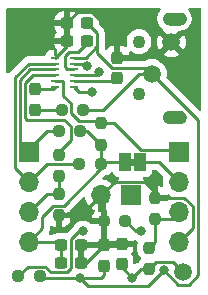
<source format=gbl>
%TF.GenerationSoftware,KiCad,Pcbnew,8.0.1*%
%TF.CreationDate,2024-04-23T06:28:50-07:00*%
%TF.ProjectId,OnOffController,4f6e4f66-6643-46f6-9e74-726f6c6c6572,rev?*%
%TF.SameCoordinates,Original*%
%TF.FileFunction,Copper,L2,Bot*%
%TF.FilePolarity,Positive*%
%FSLAX46Y46*%
G04 Gerber Fmt 4.6, Leading zero omitted, Abs format (unit mm)*
G04 Created by KiCad (PCBNEW 8.0.1) date 2024-04-23 06:28:50*
%MOMM*%
%LPD*%
G01*
G04 APERTURE LIST*
G04 Aperture macros list*
%AMRoundRect*
0 Rectangle with rounded corners*
0 $1 Rounding radius*
0 $2 $3 $4 $5 $6 $7 $8 $9 X,Y pos of 4 corners*
0 Add a 4 corners polygon primitive as box body*
4,1,4,$2,$3,$4,$5,$6,$7,$8,$9,$2,$3,0*
0 Add four circle primitives for the rounded corners*
1,1,$1+$1,$2,$3*
1,1,$1+$1,$4,$5*
1,1,$1+$1,$6,$7*
1,1,$1+$1,$8,$9*
0 Add four rect primitives between the rounded corners*
20,1,$1+$1,$2,$3,$4,$5,0*
20,1,$1+$1,$4,$5,$6,$7,0*
20,1,$1+$1,$6,$7,$8,$9,0*
20,1,$1+$1,$8,$9,$2,$3,0*%
G04 Aperture macros list end*
%TA.AperFunction,EtchedComponent*%
%ADD10C,0.010000*%
%TD*%
%TA.AperFunction,EtchedComponent*%
%ADD11C,0.000000*%
%TD*%
%TA.AperFunction,ComponentPad*%
%ADD12R,1.700000X1.700000*%
%TD*%
%TA.AperFunction,ComponentPad*%
%ADD13O,1.700000X1.700000*%
%TD*%
%TA.AperFunction,ComponentPad*%
%ADD14O,1.900000X1.010000*%
%TD*%
%TA.AperFunction,ComponentPad*%
%ADD15C,1.100000*%
%TD*%
%TA.AperFunction,SMDPad,CuDef*%
%ADD16RoundRect,0.237500X-0.237500X0.250000X-0.237500X-0.250000X0.237500X-0.250000X0.237500X0.250000X0*%
%TD*%
%TA.AperFunction,SMDPad,CuDef*%
%ADD17RoundRect,0.237500X-0.237500X0.287500X-0.237500X-0.287500X0.237500X-0.287500X0.237500X0.287500X0*%
%TD*%
%TA.AperFunction,SMDPad,CuDef*%
%ADD18C,1.500000*%
%TD*%
%TA.AperFunction,SMDPad,CuDef*%
%ADD19RoundRect,0.237500X0.250000X0.237500X-0.250000X0.237500X-0.250000X-0.237500X0.250000X-0.237500X0*%
%TD*%
%TA.AperFunction,SMDPad,CuDef*%
%ADD20RoundRect,0.237500X0.300000X0.237500X-0.300000X0.237500X-0.300000X-0.237500X0.300000X-0.237500X0*%
%TD*%
%TA.AperFunction,SMDPad,CuDef*%
%ADD21RoundRect,0.237500X0.237500X-0.300000X0.237500X0.300000X-0.237500X0.300000X-0.237500X-0.300000X0*%
%TD*%
%TA.AperFunction,SMDPad,CuDef*%
%ADD22RoundRect,0.237500X-0.300000X-0.237500X0.300000X-0.237500X0.300000X0.237500X-0.300000X0.237500X0*%
%TD*%
%TA.AperFunction,SMDPad,CuDef*%
%ADD23RoundRect,0.237500X0.237500X-0.250000X0.237500X0.250000X-0.237500X0.250000X-0.237500X-0.250000X0*%
%TD*%
%TA.AperFunction,SMDPad,CuDef*%
%ADD24RoundRect,0.237500X-0.250000X-0.237500X0.250000X-0.237500X0.250000X0.237500X-0.250000X0.237500X0*%
%TD*%
%TA.AperFunction,SMDPad,CuDef*%
%ADD25R,0.700000X0.250000*%
%TD*%
%TA.AperFunction,SMDPad,CuDef*%
%ADD26R,1.000000X1.500000*%
%TD*%
%TA.AperFunction,ViaPad*%
%ADD27C,0.800000*%
%TD*%
%TA.AperFunction,Conductor*%
%ADD28C,0.250000*%
%TD*%
G04 APERTURE END LIST*
D10*
%TO.C,J8*%
X166462500Y-73678000D02*
X166489500Y-73680000D01*
X166515500Y-73683000D01*
X166540500Y-73688000D01*
X166566500Y-73694000D01*
X166591500Y-73702000D01*
X166616500Y-73710000D01*
X166640500Y-73720000D01*
X166664500Y-73732000D01*
X166687500Y-73744000D01*
X166710500Y-73758000D01*
X166731500Y-73773000D01*
X166752500Y-73789000D01*
X166772500Y-73806000D01*
X166791500Y-73824000D01*
X166809500Y-73843000D01*
X166827500Y-73863000D01*
X166843500Y-73884000D01*
X166857500Y-73906000D01*
X166871500Y-73928000D01*
X166884500Y-73951000D01*
X166895500Y-73975000D01*
X166905500Y-73999000D01*
X166914500Y-74024000D01*
X166921500Y-74049000D01*
X166928500Y-74075000D01*
X166932500Y-74101000D01*
X166936500Y-74127000D01*
X166938500Y-74153000D01*
X166939500Y-74177000D01*
X166938500Y-74206000D01*
X166936500Y-74233000D01*
X166932500Y-74259000D01*
X166927500Y-74285000D01*
X166921500Y-74311000D01*
X166914500Y-74336000D01*
X166905500Y-74361000D01*
X166895500Y-74386000D01*
X166883500Y-74410000D01*
X166871500Y-74433000D01*
X166857500Y-74456000D01*
X166842500Y-74478000D01*
X166825500Y-74499000D01*
X166808500Y-74519000D01*
X166790500Y-74538000D01*
X166771500Y-74557000D01*
X166750500Y-74574000D01*
X166729500Y-74590000D01*
X166707500Y-74605000D01*
X166685500Y-74619000D01*
X166661500Y-74632000D01*
X166637500Y-74643000D01*
X166613500Y-74653000D01*
X166588500Y-74662000D01*
X166562500Y-74670000D01*
X166537500Y-74676000D01*
X166510500Y-74681000D01*
X166484500Y-74684000D01*
X166458500Y-74686000D01*
X166434500Y-74687000D01*
X166434000Y-74687000D01*
X165543500Y-74687000D01*
X165519500Y-74686000D01*
X165493500Y-74684000D01*
X165467500Y-74681000D01*
X165440500Y-74676000D01*
X165415500Y-74670000D01*
X165389500Y-74662000D01*
X165364500Y-74653000D01*
X165340500Y-74643000D01*
X165316500Y-74632000D01*
X165292500Y-74619000D01*
X165270500Y-74605000D01*
X165248500Y-74590000D01*
X165227500Y-74574000D01*
X165206500Y-74557000D01*
X165187500Y-74538000D01*
X165169500Y-74519000D01*
X165152500Y-74499000D01*
X165135500Y-74478000D01*
X165120500Y-74456000D01*
X165106500Y-74433000D01*
X165094500Y-74410000D01*
X165082500Y-74386000D01*
X165072500Y-74361000D01*
X165063500Y-74336000D01*
X165056500Y-74311000D01*
X165050500Y-74285000D01*
X165045500Y-74259000D01*
X165041500Y-74233000D01*
X165039500Y-74206000D01*
X165039500Y-74177000D01*
X165039500Y-74153000D01*
X165041500Y-74127000D01*
X165045500Y-74101000D01*
X165049500Y-74075000D01*
X165056500Y-74049000D01*
X165063500Y-74024000D01*
X165072500Y-73999000D01*
X165082500Y-73975000D01*
X165093500Y-73951000D01*
X165106500Y-73928000D01*
X165120500Y-73906000D01*
X165134500Y-73884000D01*
X165150500Y-73863000D01*
X165168500Y-73843000D01*
X165186500Y-73824000D01*
X165205500Y-73806000D01*
X165225500Y-73789000D01*
X165246500Y-73773000D01*
X165267500Y-73758000D01*
X165290500Y-73744000D01*
X165313500Y-73732000D01*
X165337500Y-73720000D01*
X165361500Y-73710000D01*
X165386500Y-73702000D01*
X165411500Y-73694000D01*
X165437500Y-73688000D01*
X165462500Y-73683000D01*
X165488500Y-73680000D01*
X165515500Y-73678000D01*
X165543500Y-73677000D01*
X166434500Y-73677000D01*
X166462500Y-73678000D01*
%TA.AperFunction,EtchedComponent*%
G36*
X166462500Y-73678000D02*
G01*
X166489500Y-73680000D01*
X166515500Y-73683000D01*
X166540500Y-73688000D01*
X166566500Y-73694000D01*
X166591500Y-73702000D01*
X166616500Y-73710000D01*
X166640500Y-73720000D01*
X166664500Y-73732000D01*
X166687500Y-73744000D01*
X166710500Y-73758000D01*
X166731500Y-73773000D01*
X166752500Y-73789000D01*
X166772500Y-73806000D01*
X166791500Y-73824000D01*
X166809500Y-73843000D01*
X166827500Y-73863000D01*
X166843500Y-73884000D01*
X166857500Y-73906000D01*
X166871500Y-73928000D01*
X166884500Y-73951000D01*
X166895500Y-73975000D01*
X166905500Y-73999000D01*
X166914500Y-74024000D01*
X166921500Y-74049000D01*
X166928500Y-74075000D01*
X166932500Y-74101000D01*
X166936500Y-74127000D01*
X166938500Y-74153000D01*
X166939500Y-74177000D01*
X166938500Y-74206000D01*
X166936500Y-74233000D01*
X166932500Y-74259000D01*
X166927500Y-74285000D01*
X166921500Y-74311000D01*
X166914500Y-74336000D01*
X166905500Y-74361000D01*
X166895500Y-74386000D01*
X166883500Y-74410000D01*
X166871500Y-74433000D01*
X166857500Y-74456000D01*
X166842500Y-74478000D01*
X166825500Y-74499000D01*
X166808500Y-74519000D01*
X166790500Y-74538000D01*
X166771500Y-74557000D01*
X166750500Y-74574000D01*
X166729500Y-74590000D01*
X166707500Y-74605000D01*
X166685500Y-74619000D01*
X166661500Y-74632000D01*
X166637500Y-74643000D01*
X166613500Y-74653000D01*
X166588500Y-74662000D01*
X166562500Y-74670000D01*
X166537500Y-74676000D01*
X166510500Y-74681000D01*
X166484500Y-74684000D01*
X166458500Y-74686000D01*
X166434500Y-74687000D01*
X166434000Y-74687000D01*
X165543500Y-74687000D01*
X165519500Y-74686000D01*
X165493500Y-74684000D01*
X165467500Y-74681000D01*
X165440500Y-74676000D01*
X165415500Y-74670000D01*
X165389500Y-74662000D01*
X165364500Y-74653000D01*
X165340500Y-74643000D01*
X165316500Y-74632000D01*
X165292500Y-74619000D01*
X165270500Y-74605000D01*
X165248500Y-74590000D01*
X165227500Y-74574000D01*
X165206500Y-74557000D01*
X165187500Y-74538000D01*
X165169500Y-74519000D01*
X165152500Y-74499000D01*
X165135500Y-74478000D01*
X165120500Y-74456000D01*
X165106500Y-74433000D01*
X165094500Y-74410000D01*
X165082500Y-74386000D01*
X165072500Y-74361000D01*
X165063500Y-74336000D01*
X165056500Y-74311000D01*
X165050500Y-74285000D01*
X165045500Y-74259000D01*
X165041500Y-74233000D01*
X165039500Y-74206000D01*
X165039500Y-74177000D01*
X165039500Y-74153000D01*
X165041500Y-74127000D01*
X165045500Y-74101000D01*
X165049500Y-74075000D01*
X165056500Y-74049000D01*
X165063500Y-74024000D01*
X165072500Y-73999000D01*
X165082500Y-73975000D01*
X165093500Y-73951000D01*
X165106500Y-73928000D01*
X165120500Y-73906000D01*
X165134500Y-73884000D01*
X165150500Y-73863000D01*
X165168500Y-73843000D01*
X165186500Y-73824000D01*
X165205500Y-73806000D01*
X165225500Y-73789000D01*
X165246500Y-73773000D01*
X165267500Y-73758000D01*
X165290500Y-73744000D01*
X165313500Y-73732000D01*
X165337500Y-73720000D01*
X165361500Y-73710000D01*
X165386500Y-73702000D01*
X165411500Y-73694000D01*
X165437500Y-73688000D01*
X165462500Y-73683000D01*
X165488500Y-73680000D01*
X165515500Y-73678000D01*
X165543500Y-73677000D01*
X166434500Y-73677000D01*
X166462500Y-73678000D01*
G37*
%TD.AperFunction*%
X166458500Y-82018000D02*
X166484500Y-82020000D01*
X166510500Y-82023000D01*
X166537500Y-82028000D01*
X166562500Y-82034000D01*
X166588500Y-82042000D01*
X166613500Y-82051000D01*
X166637500Y-82061000D01*
X166661500Y-82072000D01*
X166685500Y-82085000D01*
X166707500Y-82099000D01*
X166729500Y-82114000D01*
X166750500Y-82130000D01*
X166771500Y-82147000D01*
X166790500Y-82166000D01*
X166808500Y-82185000D01*
X166825500Y-82205000D01*
X166842500Y-82226000D01*
X166857500Y-82248000D01*
X166871500Y-82271000D01*
X166883500Y-82294000D01*
X166895500Y-82318000D01*
X166905500Y-82343000D01*
X166914500Y-82368000D01*
X166921500Y-82393000D01*
X166927500Y-82419000D01*
X166932500Y-82445000D01*
X166936500Y-82471000D01*
X166938500Y-82498000D01*
X166939500Y-82527000D01*
X166938500Y-82551000D01*
X166936500Y-82577000D01*
X166932500Y-82603000D01*
X166928500Y-82629000D01*
X166921500Y-82655000D01*
X166914500Y-82680000D01*
X166905500Y-82705000D01*
X166895500Y-82729000D01*
X166884500Y-82753000D01*
X166871500Y-82776000D01*
X166857500Y-82798000D01*
X166843500Y-82820000D01*
X166827500Y-82841000D01*
X166809500Y-82861000D01*
X166791500Y-82880000D01*
X166772500Y-82898000D01*
X166752500Y-82915000D01*
X166731500Y-82931000D01*
X166710500Y-82946000D01*
X166687500Y-82960000D01*
X166664500Y-82972000D01*
X166640500Y-82984000D01*
X166616500Y-82994000D01*
X166591500Y-83002000D01*
X166566500Y-83010000D01*
X166540500Y-83016000D01*
X166515500Y-83021000D01*
X166489500Y-83024000D01*
X166462500Y-83026000D01*
X166434500Y-83027000D01*
X166434000Y-83027000D01*
X165543500Y-83027000D01*
X165515500Y-83026000D01*
X165488500Y-83024000D01*
X165462500Y-83021000D01*
X165437500Y-83016000D01*
X165411500Y-83010000D01*
X165386500Y-83002000D01*
X165361500Y-82994000D01*
X165337500Y-82984000D01*
X165313500Y-82972000D01*
X165290500Y-82960000D01*
X165267500Y-82946000D01*
X165246500Y-82931000D01*
X165225500Y-82915000D01*
X165205500Y-82898000D01*
X165186500Y-82880000D01*
X165168500Y-82861000D01*
X165150500Y-82841000D01*
X165134500Y-82820000D01*
X165120500Y-82798000D01*
X165106500Y-82776000D01*
X165093500Y-82753000D01*
X165082500Y-82729000D01*
X165072500Y-82705000D01*
X165063500Y-82680000D01*
X165056500Y-82655000D01*
X165049500Y-82629000D01*
X165045500Y-82603000D01*
X165041500Y-82577000D01*
X165039500Y-82551000D01*
X165039500Y-82527000D01*
X165039500Y-82498000D01*
X165041500Y-82471000D01*
X165045500Y-82445000D01*
X165050500Y-82419000D01*
X165056500Y-82393000D01*
X165063500Y-82368000D01*
X165072500Y-82343000D01*
X165082500Y-82318000D01*
X165094500Y-82294000D01*
X165106500Y-82271000D01*
X165120500Y-82248000D01*
X165135500Y-82226000D01*
X165152500Y-82205000D01*
X165169500Y-82185000D01*
X165187500Y-82166000D01*
X165206500Y-82147000D01*
X165227500Y-82130000D01*
X165248500Y-82114000D01*
X165270500Y-82099000D01*
X165292500Y-82085000D01*
X165316500Y-82072000D01*
X165340500Y-82061000D01*
X165364500Y-82051000D01*
X165389500Y-82042000D01*
X165415500Y-82034000D01*
X165440500Y-82028000D01*
X165467500Y-82023000D01*
X165493500Y-82020000D01*
X165519500Y-82018000D01*
X165543500Y-82017000D01*
X166434500Y-82017000D01*
X166458500Y-82018000D01*
%TA.AperFunction,EtchedComponent*%
G36*
X166458500Y-82018000D02*
G01*
X166484500Y-82020000D01*
X166510500Y-82023000D01*
X166537500Y-82028000D01*
X166562500Y-82034000D01*
X166588500Y-82042000D01*
X166613500Y-82051000D01*
X166637500Y-82061000D01*
X166661500Y-82072000D01*
X166685500Y-82085000D01*
X166707500Y-82099000D01*
X166729500Y-82114000D01*
X166750500Y-82130000D01*
X166771500Y-82147000D01*
X166790500Y-82166000D01*
X166808500Y-82185000D01*
X166825500Y-82205000D01*
X166842500Y-82226000D01*
X166857500Y-82248000D01*
X166871500Y-82271000D01*
X166883500Y-82294000D01*
X166895500Y-82318000D01*
X166905500Y-82343000D01*
X166914500Y-82368000D01*
X166921500Y-82393000D01*
X166927500Y-82419000D01*
X166932500Y-82445000D01*
X166936500Y-82471000D01*
X166938500Y-82498000D01*
X166939500Y-82527000D01*
X166938500Y-82551000D01*
X166936500Y-82577000D01*
X166932500Y-82603000D01*
X166928500Y-82629000D01*
X166921500Y-82655000D01*
X166914500Y-82680000D01*
X166905500Y-82705000D01*
X166895500Y-82729000D01*
X166884500Y-82753000D01*
X166871500Y-82776000D01*
X166857500Y-82798000D01*
X166843500Y-82820000D01*
X166827500Y-82841000D01*
X166809500Y-82861000D01*
X166791500Y-82880000D01*
X166772500Y-82898000D01*
X166752500Y-82915000D01*
X166731500Y-82931000D01*
X166710500Y-82946000D01*
X166687500Y-82960000D01*
X166664500Y-82972000D01*
X166640500Y-82984000D01*
X166616500Y-82994000D01*
X166591500Y-83002000D01*
X166566500Y-83010000D01*
X166540500Y-83016000D01*
X166515500Y-83021000D01*
X166489500Y-83024000D01*
X166462500Y-83026000D01*
X166434500Y-83027000D01*
X166434000Y-83027000D01*
X165543500Y-83027000D01*
X165515500Y-83026000D01*
X165488500Y-83024000D01*
X165462500Y-83021000D01*
X165437500Y-83016000D01*
X165411500Y-83010000D01*
X165386500Y-83002000D01*
X165361500Y-82994000D01*
X165337500Y-82984000D01*
X165313500Y-82972000D01*
X165290500Y-82960000D01*
X165267500Y-82946000D01*
X165246500Y-82931000D01*
X165225500Y-82915000D01*
X165205500Y-82898000D01*
X165186500Y-82880000D01*
X165168500Y-82861000D01*
X165150500Y-82841000D01*
X165134500Y-82820000D01*
X165120500Y-82798000D01*
X165106500Y-82776000D01*
X165093500Y-82753000D01*
X165082500Y-82729000D01*
X165072500Y-82705000D01*
X165063500Y-82680000D01*
X165056500Y-82655000D01*
X165049500Y-82629000D01*
X165045500Y-82603000D01*
X165041500Y-82577000D01*
X165039500Y-82551000D01*
X165039500Y-82527000D01*
X165039500Y-82498000D01*
X165041500Y-82471000D01*
X165045500Y-82445000D01*
X165050500Y-82419000D01*
X165056500Y-82393000D01*
X165063500Y-82368000D01*
X165072500Y-82343000D01*
X165082500Y-82318000D01*
X165094500Y-82294000D01*
X165106500Y-82271000D01*
X165120500Y-82248000D01*
X165135500Y-82226000D01*
X165152500Y-82205000D01*
X165169500Y-82185000D01*
X165187500Y-82166000D01*
X165206500Y-82147000D01*
X165227500Y-82130000D01*
X165248500Y-82114000D01*
X165270500Y-82099000D01*
X165292500Y-82085000D01*
X165316500Y-82072000D01*
X165340500Y-82061000D01*
X165364500Y-82051000D01*
X165389500Y-82042000D01*
X165415500Y-82034000D01*
X165440500Y-82028000D01*
X165467500Y-82023000D01*
X165493500Y-82020000D01*
X165519500Y-82018000D01*
X165543500Y-82017000D01*
X166434500Y-82017000D01*
X166458500Y-82018000D01*
G37*
%TD.AperFunction*%
D11*
%TA.AperFunction,EtchedComponent*%
%TO.C,JP1*%
G36*
X162683000Y-86660000D02*
G01*
X162183000Y-86660000D01*
X162183000Y-86060000D01*
X162683000Y-86060000D01*
X162683000Y-86660000D01*
G37*
%TD.AperFunction*%
%TD*%
D12*
%TO.P,J2,1,Pin_1*%
%TO.N,Net-(J2-Pin_1)*%
X162311000Y-89154000D03*
D13*
%TO.P,J2,2,Pin_2*%
%TO.N,GND*%
X159771000Y-89154000D03*
%TD*%
D12*
%TO.P,J4,1,Pin_1*%
%TO.N,/PB_OUT*%
X166370000Y-85481000D03*
D13*
%TO.P,J4,2,Pin_2*%
%TO.N,/PS_HOLD*%
X166370000Y-88021000D03*
%TO.P,J4,3,Pin_3*%
%TO.N,/BAT_SENSE*%
X166370000Y-90561000D03*
%TO.P,J4,4,Pin_4*%
%TO.N,GND*%
X166370000Y-93101000D03*
%TD*%
D14*
%TO.P,J8,S1,SHIELD*%
%TO.N,unconnected-(J8-SHIELD-PadS1)*%
X165989000Y-82527000D03*
%TO.P,J8,S4,SHIELD__3*%
%TO.N,unconnected-(J8-SHIELD__3-PadS4)*%
X165989000Y-74177000D03*
D15*
%TO.P,J8,S5,SHIELD__4*%
%TO.N,unconnected-(J8-SHIELD__4-PadS5)*%
X162989000Y-80577000D03*
%TO.P,J8,S6,SHIELD__5*%
%TO.N,unconnected-(J8-SHIELD__5-PadS6)*%
X162989000Y-76127000D03*
%TD*%
D12*
%TO.P,J3,1,Pin_1*%
%TO.N,/RST*%
X153670000Y-85471000D03*
D13*
%TO.P,J3,2,Pin_2*%
%TO.N,/INT*%
X153670000Y-88011000D03*
%TO.P,J3,3,Pin_3*%
%TO.N,/EN_DIV*%
X153670000Y-90551000D03*
%TO.P,J3,4,Pin_4*%
%TO.N,+3V3*%
X153670000Y-93091000D03*
%TD*%
D16*
%TO.P,R8,1*%
%TO.N,/EN*%
X156210000Y-85701500D03*
%TO.P,R8,2*%
%TO.N,/EN_DIV*%
X156210000Y-87526500D03*
%TD*%
D17*
%TO.P,D3,1,K*%
%TO.N,Net-(D3-K)*%
X154178000Y-80151000D03*
%TO.P,D3,2,A*%
%TO.N,Net-(D3-A)*%
X154178000Y-81901000D03*
%TD*%
D18*
%TO.P,TP4,1,1*%
%TO.N,VBUS*%
X164084000Y-78867000D03*
%TD*%
%TO.P,TP5,1,1*%
%TO.N,VDC*%
X166751000Y-95631000D03*
%TD*%
D19*
%TO.P,R6,1*%
%TO.N,+3V3*%
X158011500Y-83693000D03*
%TO.P,R6,2*%
%TO.N,/RST*%
X156186500Y-83693000D03*
%TD*%
D18*
%TO.P,TP2,1,1*%
%TO.N,GND*%
X165735000Y-76200000D03*
%TD*%
D19*
%TO.P,R9,1*%
%TO.N,VBUS*%
X158265500Y-81915000D03*
%TO.P,R9,2*%
%TO.N,Net-(D3-A)*%
X156440500Y-81915000D03*
%TD*%
D20*
%TO.P,C7,1*%
%TO.N,VBUS*%
X158596500Y-74549000D03*
%TO.P,C7,2*%
%TO.N,GND*%
X156871500Y-74549000D03*
%TD*%
D21*
%TO.P,C6,1*%
%TO.N,Net-(U1-C_SRD)*%
X161163000Y-79221500D03*
%TO.P,C6,2*%
%TO.N,GND*%
X161163000Y-77496500D03*
%TD*%
D20*
%TO.P,C5,1*%
%TO.N,/Vref*%
X158596500Y-76073000D03*
%TO.P,C5,2*%
%TO.N,GND*%
X156871500Y-76073000D03*
%TD*%
D22*
%TO.P,C4,1*%
%TO.N,+3V3*%
X156363500Y-93345000D03*
%TO.P,C4,2*%
%TO.N,GND*%
X158088500Y-93345000D03*
%TD*%
D21*
%TO.P,C1,1*%
%TO.N,VDC*%
X161544000Y-94969500D03*
%TO.P,C1,2*%
%TO.N,GND*%
X161544000Y-93244500D03*
%TD*%
D23*
%TO.P,R4,1*%
%TO.N,/BAT_SENSE*%
X164338000Y-91186000D03*
%TO.P,R4,2*%
%TO.N,GND*%
X164338000Y-89361000D03*
%TD*%
%TO.P,R5,1*%
%TO.N,+3V3*%
X159766000Y-84859500D03*
%TO.P,R5,2*%
%TO.N,/PB_OUT*%
X159766000Y-83034500D03*
%TD*%
D19*
%TO.P,R7,1*%
%TO.N,+3V3*%
X159766000Y-86487000D03*
%TO.P,R7,2*%
%TO.N,/INT*%
X157941000Y-86487000D03*
%TD*%
D16*
%TO.P,R10,1*%
%TO.N,/EN_DIV*%
X156210000Y-89003500D03*
%TO.P,R10,2*%
%TO.N,GND*%
X156210000Y-90828500D03*
%TD*%
D24*
%TO.P,R2,1*%
%TO.N,GND*%
X159996500Y-91313000D03*
%TO.P,R2,2*%
%TO.N,Net-(U2-PROG)*%
X161821500Y-91313000D03*
%TD*%
D25*
%TO.P,U1,1,Vcc*%
%TO.N,VBUS*%
X157518000Y-77490000D03*
%TO.P,U1,2,~{SR}*%
%TO.N,Net-(J2-Pin_1)*%
X157518000Y-77990000D03*
%TO.P,U1,3,Vref*%
%TO.N,/Vref*%
X157518000Y-78490000D03*
%TO.P,U1,4,PS_HOLD*%
%TO.N,/PS_HOLD*%
X157518000Y-78990000D03*
%TO.P,U1,5,C_SRD*%
%TO.N,Net-(U1-C_SRD)*%
X157518000Y-79490000D03*
%TO.P,U1,6,~{PB}*%
%TO.N,Net-(J2-Pin_1)*%
X157518000Y-79990000D03*
%TO.P,U1,7,~{VCC}_LO*%
%TO.N,Net-(D3-K)*%
X155918000Y-79990000D03*
%TO.P,U1,8,~{PB}_OUT*%
%TO.N,/PB_OUT*%
X155918000Y-79490000D03*
%TO.P,U1,9,~{EN}/EN*%
%TO.N,/EN*%
X155918000Y-78990000D03*
%TO.P,U1,10,~{RST}*%
%TO.N,/RST*%
X155918000Y-78490000D03*
%TO.P,U1,11,~{INT}*%
%TO.N,/INT*%
X155918000Y-77990000D03*
%TO.P,U1,12,GND*%
%TO.N,GND*%
X155918000Y-77490000D03*
%TD*%
D23*
%TO.P,R3,1*%
%TO.N,VDC*%
X163830000Y-95400500D03*
%TO.P,R3,2*%
%TO.N,/BAT_SENSE*%
X163830000Y-93575500D03*
%TD*%
D24*
%TO.P,R1,1*%
%TO.N,Net-(D1-A)*%
X152757500Y-96012000D03*
%TO.P,R1,2*%
%TO.N,VBUS*%
X154582500Y-96012000D03*
%TD*%
D21*
%TO.P,C2,1*%
%TO.N,VBUS*%
X160020000Y-95096500D03*
%TO.P,C2,2*%
%TO.N,GND*%
X160020000Y-93371500D03*
%TD*%
D22*
%TO.P,C3,1*%
%TO.N,+3V3*%
X156363500Y-94869000D03*
%TO.P,C3,2*%
%TO.N,GND*%
X158088500Y-94869000D03*
%TD*%
D26*
%TO.P,JP1,1,A*%
%TO.N,/PS_HOLD*%
X163083000Y-86360000D03*
%TO.P,JP1,2,B*%
%TO.N,+3V3*%
X161783000Y-86360000D03*
%TD*%
D27*
%TO.N,VDC*%
X162433000Y-96139000D03*
%TO.N,GND*%
X155067000Y-75946000D03*
%TO.N,VBUS*%
X157988000Y-96139000D03*
X165100000Y-95504000D03*
%TO.N,Net-(D1-A)*%
X158242000Y-92202000D03*
%TO.N,Net-(U2-PROG)*%
X163195000Y-92202000D03*
%TO.N,Net-(J2-Pin_1)*%
X159004000Y-80391000D03*
X158623000Y-78232000D03*
%TO.N,/PS_HOLD*%
X159639000Y-78740000D03*
%TD*%
D28*
%TO.N,VDC*%
X161544000Y-95250000D02*
X162433000Y-96139000D01*
X161544000Y-94969500D02*
X161544000Y-95250000D01*
X163830000Y-95400500D02*
X163171500Y-95400500D01*
X163830000Y-95400500D02*
X164451500Y-94779000D01*
X163171500Y-95400500D02*
X162433000Y-96139000D01*
X164451500Y-94779000D02*
X165899000Y-94779000D01*
X165899000Y-94779000D02*
X166751000Y-95631000D01*
%TO.N,GND*%
X164338000Y-88831000D02*
X163486000Y-87979000D01*
X159996500Y-91313000D02*
X159996500Y-93348000D01*
X161163000Y-77496500D02*
X161163000Y-75782505D01*
X161544000Y-93244500D02*
X160147000Y-93244500D01*
X158088500Y-93345000D02*
X159993500Y-93345000D01*
X158096500Y-90828500D02*
X159771000Y-89154000D01*
X159040495Y-73660000D02*
X158623000Y-73660000D01*
X167545000Y-91926000D02*
X167545000Y-90074299D01*
X158088500Y-94869000D02*
X158522500Y-94869000D01*
X166831701Y-89361000D02*
X164338000Y-89361000D01*
X165735000Y-76200000D02*
X163195000Y-73660000D01*
X159996500Y-91313000D02*
X159996500Y-89379500D01*
X158623000Y-73660000D02*
X157760500Y-73660000D01*
X159996500Y-93348000D02*
X160020000Y-93371500D01*
X164338000Y-89361000D02*
X164338000Y-88831000D01*
X155067000Y-75946000D02*
X156744500Y-75946000D01*
X156871500Y-76536500D02*
X155918000Y-77490000D01*
X156210000Y-90828500D02*
X158096500Y-90828500D01*
X163195000Y-73660000D02*
X158623000Y-73660000D01*
X163486000Y-87979000D02*
X160946000Y-87979000D01*
X156871500Y-76073000D02*
X156871500Y-76536500D01*
X161163000Y-75782505D02*
X159040495Y-73660000D01*
X160946000Y-87979000D02*
X159771000Y-89154000D01*
X166370000Y-93101000D02*
X167545000Y-91926000D01*
X156871500Y-74549000D02*
X156871500Y-76073000D01*
X159993500Y-93345000D02*
X160020000Y-93371500D01*
X157760500Y-73660000D02*
X156871500Y-74549000D01*
X167545000Y-90074299D02*
X166831701Y-89361000D01*
X160147000Y-93244500D02*
X160020000Y-93371500D01*
X156744500Y-75946000D02*
X156871500Y-76073000D01*
X158522500Y-94869000D02*
X160020000Y-93371500D01*
%TO.N,VBUS*%
X158596500Y-74549000D02*
X159459000Y-75411500D01*
X163576000Y-78359000D02*
X160692505Y-78359000D01*
X167200000Y-96706000D02*
X167995000Y-95911000D01*
X158713000Y-96864000D02*
X157988000Y-96139000D01*
X159975340Y-81915000D02*
X158265500Y-81915000D01*
X160020000Y-95885000D02*
X159766000Y-96139000D01*
X167995000Y-82778000D02*
X164084000Y-78867000D01*
X154582500Y-96012000D02*
X154709500Y-96139000D01*
X159459000Y-77125495D02*
X159459000Y-76073000D01*
X164084000Y-78867000D02*
X163023340Y-78867000D01*
X154709500Y-96139000D02*
X157988000Y-96139000D01*
X160692505Y-78359000D02*
X159459000Y-77125495D01*
X160020000Y-95096500D02*
X160020000Y-95885000D01*
X167995000Y-95911000D02*
X167995000Y-82778000D01*
X159220000Y-76782495D02*
X159459000Y-76543495D01*
X158512495Y-77490000D02*
X157518000Y-77490000D01*
X159459000Y-75411500D02*
X159459000Y-76073000D01*
X159220000Y-76782496D02*
X159459000Y-76543495D01*
X159766000Y-96139000D02*
X157988000Y-96139000D01*
X159459000Y-76073000D02*
X159459000Y-76543495D01*
X159459000Y-76543495D02*
X158512495Y-77490000D01*
X166302000Y-96706000D02*
X167200000Y-96706000D01*
X163023340Y-78867000D02*
X159975340Y-81915000D01*
X165100000Y-95504000D02*
X163740000Y-96864000D01*
X163740000Y-96864000D02*
X158713000Y-96864000D01*
X165100000Y-95504000D02*
X166302000Y-96706000D01*
%TO.N,+3V3*%
X161783000Y-86360000D02*
X159893000Y-86360000D01*
X159893000Y-86360000D02*
X159766000Y-86487000D01*
X156363500Y-93345000D02*
X156363500Y-94869000D01*
X154813000Y-91948000D02*
X153670000Y-93091000D01*
X159766000Y-86487000D02*
X159766000Y-84859500D01*
X154813000Y-90942505D02*
X154813000Y-91948000D01*
X158011500Y-83693000D02*
X158599500Y-83693000D01*
X156618000Y-90016000D02*
X155739505Y-90016000D01*
X156109500Y-93091000D02*
X153670000Y-93091000D01*
X158599500Y-83693000D02*
X159766000Y-84859500D01*
X156363500Y-93345000D02*
X156109500Y-93091000D01*
X155739505Y-90016000D02*
X154813000Y-90942505D01*
X159766000Y-86487000D02*
X159766000Y-86868000D01*
X159766000Y-86868000D02*
X156618000Y-90016000D01*
%TO.N,/Vref*%
X157057896Y-76986500D02*
X156718000Y-77326396D01*
X156718000Y-77326396D02*
X156718000Y-78315000D01*
X156718000Y-78315000D02*
X156893000Y-78490000D01*
X158596500Y-76226500D02*
X157836500Y-76986500D01*
X157836500Y-76986500D02*
X157057896Y-76986500D01*
X156893000Y-78490000D02*
X157518000Y-78490000D01*
X158596500Y-76073000D02*
X158596500Y-76226500D01*
%TO.N,Net-(U1-C_SRD)*%
X160894500Y-79490000D02*
X157518000Y-79490000D01*
X161163000Y-79221500D02*
X160894500Y-79490000D01*
%TO.N,Net-(D1-A)*%
X156896495Y-95669000D02*
X155522495Y-95669000D01*
X155065495Y-95212000D02*
X153557500Y-95212000D01*
X155522495Y-95669000D02*
X155065495Y-95212000D01*
X157226000Y-92874505D02*
X157226000Y-95339495D01*
X153557500Y-95212000D02*
X152757500Y-96012000D01*
X158242000Y-92202000D02*
X157898505Y-92202000D01*
X157226000Y-95339495D02*
X156896495Y-95669000D01*
X157898505Y-92202000D02*
X157226000Y-92874505D01*
%TO.N,Net-(D3-K)*%
X154178000Y-80151000D02*
X155757000Y-80151000D01*
X155757000Y-80151000D02*
X155918000Y-79990000D01*
%TO.N,Net-(D3-A)*%
X156426500Y-81901000D02*
X156440500Y-81915000D01*
X154178000Y-81901000D02*
X156426500Y-81901000D01*
%TO.N,Net-(U2-PROG)*%
X163195000Y-92202000D02*
X162710500Y-92202000D01*
X162710500Y-92202000D02*
X161821500Y-91313000D01*
%TO.N,/BAT_SENSE*%
X164338000Y-91186000D02*
X165745000Y-91186000D01*
X164338000Y-91186000D02*
X164338000Y-93067500D01*
X164338000Y-93067500D02*
X163830000Y-93575500D01*
X165745000Y-91186000D02*
X166370000Y-90561000D01*
%TO.N,/PB_OUT*%
X157253000Y-82196000D02*
X157253000Y-81356000D01*
X163136000Y-85285000D02*
X166174000Y-85285000D01*
X156593000Y-80696000D02*
X156593000Y-79540000D01*
X157950000Y-82893000D02*
X157253000Y-82196000D01*
X156593000Y-79540000D02*
X156543000Y-79490000D01*
X159766000Y-83034500D02*
X159624500Y-82893000D01*
X157253000Y-81356000D02*
X156593000Y-80696000D01*
X159624500Y-82893000D02*
X157950000Y-82893000D01*
X160885500Y-83034500D02*
X159766000Y-83034500D01*
X156543000Y-79490000D02*
X155918000Y-79490000D01*
X163136000Y-85285000D02*
X160885500Y-83034500D01*
%TO.N,/RST*%
X153793000Y-78490000D02*
X152928000Y-79355000D01*
X152928000Y-84729000D02*
X153670000Y-85471000D01*
X156186500Y-83693000D02*
X155194000Y-83693000D01*
X152928000Y-79355000D02*
X152928000Y-84729000D01*
X155194000Y-83693000D02*
X153416000Y-85471000D01*
X153793000Y-78490000D02*
X155918000Y-78490000D01*
X153416000Y-85471000D02*
X152928000Y-84983000D01*
%TO.N,/INT*%
X157914000Y-86514000D02*
X155167000Y-86514000D01*
X155918000Y-77990000D02*
X153656604Y-77990000D01*
X153656604Y-77990000D02*
X152478000Y-79168604D01*
X152478000Y-79168604D02*
X152478000Y-86819000D01*
X157941000Y-86487000D02*
X157914000Y-86514000D01*
X152478000Y-86819000D02*
X153670000Y-88011000D01*
X155167000Y-86514000D02*
X153670000Y-88011000D01*
%TO.N,/EN*%
X156210000Y-85701500D02*
X156210000Y-85447500D01*
X154018505Y-78990000D02*
X153378000Y-79630505D01*
X157199000Y-83312000D02*
X156638000Y-82751000D01*
X156210000Y-85447500D02*
X157199000Y-84458500D01*
X155918000Y-78990000D02*
X154018505Y-78990000D01*
X153490000Y-82751000D02*
X153378000Y-82639000D01*
X156638000Y-82751000D02*
X153490000Y-82751000D01*
X153378000Y-82639000D02*
X153378000Y-79630505D01*
X157199000Y-84458500D02*
X157199000Y-83312000D01*
%TO.N,/EN_DIV*%
X156210000Y-87526500D02*
X156210000Y-89003500D01*
X156210000Y-89003500D02*
X155217500Y-89003500D01*
X155217500Y-89003500D02*
X153670000Y-90551000D01*
%TO.N,Net-(J2-Pin_1)*%
X159004000Y-80391000D02*
X157919000Y-80391000D01*
X157919000Y-80391000D02*
X157518000Y-79990000D01*
X158381000Y-77990000D02*
X158623000Y-78232000D01*
X157518000Y-77990000D02*
X158381000Y-77990000D01*
%TO.N,/PS_HOLD*%
X163083000Y-86360000D02*
X164709000Y-86360000D01*
X164709000Y-86360000D02*
X166370000Y-88021000D01*
X157518000Y-78990000D02*
X159389000Y-78990000D01*
X159389000Y-78990000D02*
X159639000Y-78740000D01*
%TD*%
%TA.AperFunction,Conductor*%
%TO.N,GND*%
G36*
X158354701Y-89266400D02*
G01*
X158410634Y-89308272D01*
X158434895Y-89371769D01*
X158436431Y-89389318D01*
X158436432Y-89389326D01*
X158497566Y-89617483D01*
X158497570Y-89617492D01*
X158597399Y-89831578D01*
X158732894Y-90025082D01*
X158899917Y-90192105D01*
X159093422Y-90327600D01*
X159093424Y-90327601D01*
X159177070Y-90366606D01*
X159229510Y-90412778D01*
X159248662Y-90479971D01*
X159228447Y-90546853D01*
X159212348Y-90566668D01*
X159164055Y-90614961D01*
X159164052Y-90614965D01*
X159073551Y-90761688D01*
X159073546Y-90761699D01*
X159019319Y-90925347D01*
X159009000Y-91026345D01*
X159009000Y-91063000D01*
X159746500Y-91063000D01*
X159746500Y-90547000D01*
X159645000Y-90547000D01*
X159577961Y-90527315D01*
X159532206Y-90474511D01*
X159521000Y-90423000D01*
X159521000Y-89587012D01*
X159578007Y-89619925D01*
X159705174Y-89654000D01*
X159836826Y-89654000D01*
X159963993Y-89619925D01*
X160021000Y-89587012D01*
X160021000Y-90295000D01*
X160122500Y-90295000D01*
X160189539Y-90314685D01*
X160235294Y-90367489D01*
X160246500Y-90419000D01*
X160246500Y-92298656D01*
X160267166Y-92336503D01*
X160270000Y-92362861D01*
X160270000Y-93121500D01*
X160526000Y-93121500D01*
X160526000Y-93118500D01*
X160545685Y-93051461D01*
X160598489Y-93005706D01*
X160650000Y-92994500D01*
X162518997Y-92994500D01*
X162542900Y-92970597D01*
X162604223Y-92937112D01*
X162673915Y-92942096D01*
X162703466Y-92957958D01*
X162742270Y-92986151D01*
X162801081Y-93012335D01*
X162854315Y-93057584D01*
X162874636Y-93124433D01*
X162868348Y-93164616D01*
X162864826Y-93175243D01*
X162854500Y-93276315D01*
X162854500Y-93874669D01*
X162854501Y-93874687D01*
X162864825Y-93975752D01*
X162899705Y-94081011D01*
X162915772Y-94129498D01*
X162919092Y-94139515D01*
X162919093Y-94139518D01*
X163009661Y-94286351D01*
X163123629Y-94400319D01*
X163157114Y-94461642D01*
X163152130Y-94531334D01*
X163123629Y-94575681D01*
X163009660Y-94689649D01*
X163009659Y-94689650D01*
X162947154Y-94790986D01*
X162895206Y-94837710D01*
X162889070Y-94840448D01*
X162875221Y-94846184D01*
X162875217Y-94846186D01*
X162772766Y-94914641D01*
X162772763Y-94914644D01*
X162731180Y-94956228D01*
X162669857Y-94989713D01*
X162600165Y-94984729D01*
X162544232Y-94942857D01*
X162519815Y-94877393D01*
X162519499Y-94868547D01*
X162519499Y-94620330D01*
X162519498Y-94620313D01*
X162509174Y-94519247D01*
X162490085Y-94461642D01*
X162454908Y-94355484D01*
X162364340Y-94208650D01*
X162350017Y-94194327D01*
X162316532Y-94133004D01*
X162321516Y-94063312D01*
X162350021Y-94018960D01*
X162363947Y-94005035D01*
X162454448Y-93858311D01*
X162454453Y-93858300D01*
X162508680Y-93694652D01*
X162518999Y-93593654D01*
X162519000Y-93593641D01*
X162519000Y-93494500D01*
X161038000Y-93494500D01*
X161038000Y-93497500D01*
X161018315Y-93564539D01*
X160965511Y-93610294D01*
X160914000Y-93621500D01*
X159079862Y-93621500D01*
X159012823Y-93601815D01*
X159004366Y-93595000D01*
X158338500Y-93595000D01*
X158338500Y-94995000D01*
X158318815Y-95062039D01*
X158266011Y-95107794D01*
X158214500Y-95119000D01*
X157975500Y-95119000D01*
X157908461Y-95099315D01*
X157862706Y-95046511D01*
X157851500Y-94995000D01*
X157851500Y-93219000D01*
X157871185Y-93151961D01*
X157923989Y-93106206D01*
X157975500Y-93095000D01*
X158099038Y-93095000D01*
X158124818Y-93097710D01*
X158129074Y-93098614D01*
X158147354Y-93102500D01*
X158147355Y-93102500D01*
X158336645Y-93102500D01*
X158336646Y-93102500D01*
X158355907Y-93098405D01*
X158359182Y-93097710D01*
X158384962Y-93095000D01*
X159091138Y-93095000D01*
X159158177Y-93114685D01*
X159166634Y-93121500D01*
X159770000Y-93121500D01*
X159770000Y-92323341D01*
X159749334Y-92285495D01*
X159746500Y-92259137D01*
X159746500Y-91563000D01*
X158989324Y-91563000D01*
X158971338Y-91572820D01*
X158901647Y-91567833D01*
X158852836Y-91534626D01*
X158847871Y-91529112D01*
X158847870Y-91529111D01*
X158694734Y-91417851D01*
X158694729Y-91417848D01*
X158521807Y-91340857D01*
X158521802Y-91340855D01*
X158376001Y-91309865D01*
X158336646Y-91301500D01*
X158147354Y-91301500D01*
X158114897Y-91308398D01*
X157962197Y-91340855D01*
X157962192Y-91340857D01*
X157789270Y-91417848D01*
X157789265Y-91417851D01*
X157636129Y-91529111D01*
X157509466Y-91669785D01*
X157467543Y-91742395D01*
X157447838Y-91768074D01*
X156875683Y-92340230D01*
X156814360Y-92373715D01*
X156775401Y-92375907D01*
X156712680Y-92369500D01*
X156014330Y-92369500D01*
X156014312Y-92369501D01*
X155913247Y-92379825D01*
X155913244Y-92379826D01*
X155768680Y-92427731D01*
X155749484Y-92434092D01*
X155728494Y-92447038D01*
X155663398Y-92465500D01*
X155451489Y-92465500D01*
X155384450Y-92445815D01*
X155338695Y-92393011D01*
X155328751Y-92323853D01*
X155348388Y-92272608D01*
X155367309Y-92244290D01*
X155367312Y-92244286D01*
X155410345Y-92140393D01*
X155414463Y-92130452D01*
X155436522Y-92019549D01*
X155436522Y-92019548D01*
X155436523Y-92019548D01*
X155436523Y-92019543D01*
X155438500Y-92009607D01*
X155438500Y-91886393D01*
X155438500Y-91837808D01*
X155458185Y-91770769D01*
X155510989Y-91725014D01*
X155580147Y-91715070D01*
X155627599Y-91732270D01*
X155658697Y-91751452D01*
X155658699Y-91751453D01*
X155822347Y-91805680D01*
X155923352Y-91815999D01*
X155960000Y-91815999D01*
X155960000Y-91078500D01*
X156460000Y-91078500D01*
X156460000Y-91815999D01*
X156496640Y-91815999D01*
X156496654Y-91815998D01*
X156597652Y-91805680D01*
X156761300Y-91751453D01*
X156761311Y-91751448D01*
X156908034Y-91660947D01*
X156908038Y-91660944D01*
X157029944Y-91539038D01*
X157029947Y-91539034D01*
X157120448Y-91392311D01*
X157120453Y-91392300D01*
X157174680Y-91228652D01*
X157184999Y-91127654D01*
X157185000Y-91127641D01*
X157185000Y-91078500D01*
X156460000Y-91078500D01*
X155960000Y-91078500D01*
X155960000Y-90765500D01*
X155979685Y-90698461D01*
X156032489Y-90652706D01*
X156084000Y-90641500D01*
X156679607Y-90641500D01*
X156740029Y-90629481D01*
X156800452Y-90617463D01*
X156800455Y-90617461D01*
X156800458Y-90617461D01*
X156833791Y-90603653D01*
X156833795Y-90603650D01*
X156852571Y-90595873D01*
X156871735Y-90587937D01*
X156919182Y-90578500D01*
X157184999Y-90578500D01*
X157184999Y-90529360D01*
X157184998Y-90529345D01*
X157174681Y-90428353D01*
X157173909Y-90424745D01*
X157174079Y-90422463D01*
X157173993Y-90421614D01*
X157174144Y-90421598D01*
X157179124Y-90355070D01*
X157207477Y-90311111D01*
X158223690Y-89294898D01*
X158285009Y-89261416D01*
X158354701Y-89266400D01*
G37*
%TD.AperFunction*%
%TA.AperFunction,Conductor*%
G36*
X164465587Y-87005185D02*
G01*
X164486229Y-87021819D01*
X165029762Y-87565352D01*
X165063247Y-87626675D01*
X165061856Y-87685126D01*
X165034938Y-87785586D01*
X165034936Y-87785596D01*
X165014341Y-88020999D01*
X165014341Y-88021000D01*
X165034936Y-88256403D01*
X165034937Y-88256410D01*
X165043019Y-88286569D01*
X165041356Y-88356419D01*
X165002194Y-88414282D01*
X164937965Y-88441786D01*
X164884241Y-88436369D01*
X164725653Y-88383819D01*
X164624654Y-88373500D01*
X164588000Y-88373500D01*
X164588000Y-89111000D01*
X165312997Y-89111000D01*
X165346154Y-89077843D01*
X165407477Y-89044358D01*
X165477169Y-89049342D01*
X165504959Y-89063949D01*
X165684158Y-89189425D01*
X165727783Y-89244002D01*
X165734977Y-89313500D01*
X165703454Y-89375855D01*
X165684158Y-89392575D01*
X165498597Y-89522505D01*
X165446422Y-89574681D01*
X165385099Y-89608166D01*
X165358741Y-89611000D01*
X164212000Y-89611000D01*
X164144961Y-89591315D01*
X164099206Y-89538511D01*
X164088000Y-89487000D01*
X164088000Y-88373500D01*
X164051361Y-88373500D01*
X164051343Y-88373501D01*
X163950346Y-88383819D01*
X163824502Y-88425519D01*
X163754674Y-88427920D01*
X163694632Y-88392188D01*
X163663440Y-88329668D01*
X163661499Y-88307813D01*
X163661499Y-88256129D01*
X163661498Y-88256123D01*
X163660454Y-88246413D01*
X163655091Y-88196517D01*
X163654002Y-88193598D01*
X163604797Y-88061671D01*
X163604793Y-88061664D01*
X163518547Y-87946455D01*
X163518544Y-87946452D01*
X163403335Y-87860206D01*
X163403328Y-87860202D01*
X163377800Y-87850681D01*
X163321866Y-87808810D01*
X163297449Y-87743345D01*
X163312301Y-87675072D01*
X163361706Y-87625667D01*
X163421132Y-87610499D01*
X163630872Y-87610499D01*
X163690483Y-87604091D01*
X163825331Y-87553796D01*
X163940546Y-87467546D01*
X164026796Y-87352331D01*
X164077091Y-87217483D01*
X164083500Y-87157873D01*
X164083500Y-87109500D01*
X164103185Y-87042461D01*
X164155989Y-86996706D01*
X164207500Y-86985500D01*
X164398548Y-86985500D01*
X164465587Y-87005185D01*
G37*
%TD.AperFunction*%
%TA.AperFunction,Conductor*%
G36*
X160723125Y-87163577D02*
G01*
X160779059Y-87205448D01*
X160795974Y-87236426D01*
X160839202Y-87352328D01*
X160839206Y-87352335D01*
X160925452Y-87467544D01*
X160925455Y-87467547D01*
X161040664Y-87553793D01*
X161040671Y-87553797D01*
X161071652Y-87565352D01*
X161175517Y-87604091D01*
X161220302Y-87608906D01*
X161284849Y-87635641D01*
X161324698Y-87693033D01*
X161327193Y-87762858D01*
X161291541Y-87822948D01*
X161250380Y-87848375D01*
X161218672Y-87860202D01*
X161218664Y-87860206D01*
X161103455Y-87946452D01*
X161103452Y-87946455D01*
X161017206Y-88061664D01*
X161017202Y-88061671D01*
X160967997Y-88193598D01*
X160926126Y-88249532D01*
X160860661Y-88273949D01*
X160792388Y-88259097D01*
X160764134Y-88237946D01*
X160642082Y-88115894D01*
X160448578Y-87980399D01*
X160234492Y-87880570D01*
X160234483Y-87880566D01*
X160006326Y-87819432D01*
X160006315Y-87819430D01*
X159988775Y-87817896D01*
X159923706Y-87792444D01*
X159882727Y-87735853D01*
X159878849Y-87666091D01*
X159911897Y-87606691D01*
X160023866Y-87494722D01*
X160085183Y-87461241D01*
X160098927Y-87459051D01*
X160166253Y-87452174D01*
X160330016Y-87397908D01*
X160476850Y-87307340D01*
X160592114Y-87192075D01*
X160653433Y-87158593D01*
X160723125Y-87163577D01*
G37*
%TD.AperFunction*%
%TA.AperFunction,Conductor*%
G36*
X164778356Y-73298685D02*
G01*
X164824111Y-73351489D01*
X164834055Y-73420647D01*
X164805030Y-73484203D01*
X164801333Y-73488282D01*
X164797955Y-73491846D01*
X164789010Y-73501535D01*
X164771057Y-73521483D01*
X164744423Y-73553625D01*
X164728432Y-73574613D01*
X164703806Y-73609931D01*
X164675817Y-73653914D01*
X164662087Y-73676788D01*
X164649070Y-73699819D01*
X164629427Y-73738285D01*
X164618403Y-73762339D01*
X164611284Y-73778617D01*
X164601268Y-73802654D01*
X164592177Y-73826084D01*
X164583178Y-73851081D01*
X164571904Y-73886363D01*
X164564924Y-73911290D01*
X164563509Y-73916443D01*
X164556556Y-73942269D01*
X164556553Y-73942281D01*
X164544935Y-73997377D01*
X164536934Y-74049382D01*
X164532506Y-74087827D01*
X164532504Y-74087846D01*
X164531104Y-74106038D01*
X164530504Y-74113843D01*
X164529000Y-74153010D01*
X164529000Y-74206008D01*
X164530394Y-74243704D01*
X164532394Y-74270710D01*
X164536937Y-74310633D01*
X164540932Y-74336604D01*
X164544187Y-74355417D01*
X164549184Y-74381402D01*
X164553070Y-74399783D01*
X164559072Y-74425789D01*
X164559073Y-74425791D01*
X164564907Y-74448646D01*
X164571907Y-74473646D01*
X164583177Y-74508916D01*
X164583181Y-74508927D01*
X164592173Y-74533907D01*
X164598519Y-74550610D01*
X164608513Y-74575596D01*
X164625889Y-74614290D01*
X164637915Y-74638344D01*
X164641896Y-74646137D01*
X164641898Y-74646140D01*
X164653898Y-74669140D01*
X164670432Y-74698433D01*
X164680234Y-74714537D01*
X164684436Y-74721440D01*
X164695581Y-74738728D01*
X164698711Y-74743583D01*
X164713711Y-74765583D01*
X164738716Y-74799206D01*
X164755716Y-74820206D01*
X164763530Y-74829625D01*
X164780530Y-74849625D01*
X164780536Y-74849632D01*
X164798906Y-74870100D01*
X164816869Y-74889061D01*
X164816896Y-74889089D01*
X164816901Y-74889094D01*
X164826522Y-74898978D01*
X164826552Y-74899008D01*
X164845503Y-74917960D01*
X164845515Y-74917971D01*
X164845522Y-74917978D01*
X164866377Y-74936753D01*
X164885275Y-74953767D01*
X164885288Y-74953779D01*
X164906293Y-74970783D01*
X164918121Y-74980073D01*
X164939099Y-74996056D01*
X164939115Y-74996068D01*
X164960917Y-75011789D01*
X164976455Y-75022383D01*
X164982924Y-75026794D01*
X164991028Y-75032133D01*
X165036180Y-75085453D01*
X165046336Y-75146487D01*
X165045427Y-75156873D01*
X165735000Y-75846446D01*
X166347627Y-75233819D01*
X166408950Y-75200334D01*
X166433211Y-75197725D01*
X166433207Y-75197527D01*
X166434952Y-75197490D01*
X166455752Y-75197057D01*
X166479752Y-75196057D01*
X166497654Y-75194996D01*
X166523654Y-75192996D01*
X166543016Y-75191135D01*
X166569016Y-75188135D01*
X166603457Y-75182965D01*
X166630457Y-75177965D01*
X166656637Y-75172404D01*
X166681637Y-75166404D01*
X166712631Y-75157925D01*
X166738631Y-75149925D01*
X166761416Y-75142323D01*
X166786416Y-75133323D01*
X166809846Y-75124231D01*
X166833846Y-75114231D01*
X166850202Y-75107078D01*
X166874202Y-75096078D01*
X166904643Y-75080879D01*
X166928643Y-75067879D01*
X166959575Y-75049689D01*
X166959577Y-75049687D01*
X166959585Y-75049683D01*
X166968370Y-75044091D01*
X166981575Y-75035689D01*
X166995083Y-75026789D01*
X167017083Y-75011789D01*
X167038885Y-74996068D01*
X167059885Y-74980068D01*
X167071706Y-74970784D01*
X167092706Y-74953784D01*
X167132478Y-74917978D01*
X167151478Y-74898978D01*
X167161099Y-74889094D01*
X167179099Y-74870094D01*
X167197470Y-74849625D01*
X167214470Y-74829625D01*
X167222284Y-74820206D01*
X167239284Y-74799206D01*
X167264289Y-74765583D01*
X167279289Y-74743583D01*
X167293568Y-74721433D01*
X167307568Y-74698433D01*
X167324102Y-74669140D01*
X167336102Y-74646140D01*
X167340105Y-74638303D01*
X167352105Y-74614303D01*
X167369487Y-74575595D01*
X167379487Y-74550595D01*
X167385823Y-74533916D01*
X167394823Y-74508916D01*
X167406093Y-74473646D01*
X167413093Y-74448646D01*
X167418927Y-74425791D01*
X167424927Y-74399791D01*
X167428814Y-74381407D01*
X167433814Y-74355407D01*
X167437064Y-74336625D01*
X167441064Y-74310625D01*
X167445605Y-74270711D01*
X167447605Y-74243711D01*
X167448697Y-74223593D01*
X167449697Y-74194593D01*
X167449557Y-74155748D01*
X167448557Y-74131748D01*
X167447496Y-74113846D01*
X167445496Y-74087846D01*
X167441064Y-74049375D01*
X167433064Y-73997375D01*
X167421447Y-73942284D01*
X167414447Y-73916284D01*
X167413093Y-73911354D01*
X167406093Y-73886354D01*
X167394823Y-73851084D01*
X167385823Y-73826084D01*
X167376731Y-73802654D01*
X167366731Y-73778654D01*
X167363594Y-73771482D01*
X167359596Y-73762339D01*
X167359594Y-73762335D01*
X167359578Y-73762298D01*
X167348578Y-73738298D01*
X167348577Y-73738297D01*
X167348572Y-73738285D01*
X167328929Y-73699819D01*
X167328922Y-73699805D01*
X167315922Y-73676805D01*
X167302189Y-73653925D01*
X167292114Y-73638093D01*
X167274193Y-73609931D01*
X167249567Y-73574613D01*
X167233576Y-73553625D01*
X167233568Y-73553615D01*
X167206952Y-73521494D01*
X167188952Y-73501494D01*
X167180099Y-73491906D01*
X167180044Y-73491846D01*
X167176667Y-73488282D01*
X167144849Y-73426077D01*
X167151713Y-73356546D01*
X167195080Y-73301763D01*
X167261179Y-73279122D01*
X167266683Y-73279000D01*
X168151000Y-73279000D01*
X168218039Y-73298685D01*
X168263794Y-73351489D01*
X168275000Y-73403000D01*
X168275000Y-81874048D01*
X168255315Y-81941087D01*
X168202511Y-81986842D01*
X168133353Y-81996786D01*
X168069797Y-81967761D01*
X168063319Y-81961729D01*
X165342588Y-79240998D01*
X165309103Y-79179675D01*
X165310495Y-79121221D01*
X165320206Y-79084981D01*
X165320206Y-79084980D01*
X165320207Y-79084977D01*
X165339277Y-78867000D01*
X165320207Y-78649023D01*
X165263575Y-78437670D01*
X165171102Y-78239362D01*
X165171100Y-78239359D01*
X165171099Y-78239357D01*
X165045599Y-78060124D01*
X165045598Y-78060123D01*
X164890877Y-77905402D01*
X164711639Y-77779898D01*
X164711640Y-77779898D01*
X164711638Y-77779897D01*
X164587223Y-77721882D01*
X164513330Y-77687425D01*
X164513326Y-77687424D01*
X164513322Y-77687422D01*
X164301977Y-77630793D01*
X164084002Y-77611723D01*
X164083998Y-77611723D01*
X163938682Y-77624436D01*
X163866023Y-77630793D01*
X163866020Y-77630793D01*
X163654677Y-77687422D01*
X163654668Y-77687426D01*
X163580777Y-77721882D01*
X163528372Y-77733500D01*
X161037000Y-77733500D01*
X160969961Y-77713815D01*
X160924206Y-77661011D01*
X160913000Y-77609500D01*
X160913000Y-77246500D01*
X161413000Y-77246500D01*
X162137999Y-77246500D01*
X162137999Y-77243124D01*
X165045427Y-77243124D01*
X165107612Y-77286666D01*
X165305840Y-77379101D01*
X165305849Y-77379105D01*
X165517105Y-77435710D01*
X165517115Y-77435712D01*
X165734999Y-77454775D01*
X165735001Y-77454775D01*
X165952884Y-77435712D01*
X165952894Y-77435710D01*
X166164150Y-77379105D01*
X166164164Y-77379100D01*
X166362383Y-77286669D01*
X166362385Y-77286668D01*
X166424571Y-77243124D01*
X165735001Y-76553553D01*
X165735000Y-76553553D01*
X165045427Y-77243124D01*
X162137999Y-77243124D01*
X162137999Y-77147360D01*
X162137998Y-77147345D01*
X162128462Y-77053999D01*
X162141231Y-76985306D01*
X162189112Y-76934422D01*
X162256902Y-76917501D01*
X162323078Y-76939917D01*
X162330484Y-76945543D01*
X162354130Y-76964948D01*
X162402550Y-77004685D01*
X162585046Y-77102232D01*
X162783066Y-77162300D01*
X162783065Y-77162300D01*
X162801529Y-77164118D01*
X162989000Y-77182583D01*
X163194934Y-77162300D01*
X163392954Y-77102232D01*
X163575450Y-77004685D01*
X163735410Y-76873410D01*
X163866685Y-76713450D01*
X163964232Y-76530954D01*
X164024300Y-76332934D01*
X164037393Y-76200000D01*
X164480225Y-76200000D01*
X164499287Y-76417884D01*
X164499289Y-76417894D01*
X164555894Y-76629150D01*
X164555898Y-76629159D01*
X164648333Y-76827387D01*
X164691874Y-76889571D01*
X165381446Y-76200000D01*
X166088553Y-76200000D01*
X166778124Y-76889570D01*
X166821668Y-76827385D01*
X166821669Y-76827383D01*
X166914100Y-76629164D01*
X166914105Y-76629150D01*
X166970710Y-76417894D01*
X166970712Y-76417884D01*
X166989775Y-76200000D01*
X166989775Y-76199999D01*
X166970712Y-75982115D01*
X166970710Y-75982105D01*
X166914105Y-75770849D01*
X166914101Y-75770840D01*
X166821667Y-75572614D01*
X166821666Y-75572612D01*
X166778124Y-75510428D01*
X166778124Y-75510427D01*
X166088553Y-76199999D01*
X166088553Y-76200000D01*
X165381446Y-76200000D01*
X164691874Y-75510428D01*
X164648333Y-75572613D01*
X164555898Y-75770840D01*
X164555894Y-75770849D01*
X164499289Y-75982105D01*
X164499287Y-75982115D01*
X164480225Y-76199999D01*
X164480225Y-76200000D01*
X164037393Y-76200000D01*
X164044583Y-76127000D01*
X164024300Y-75921066D01*
X163964232Y-75723046D01*
X163866685Y-75540550D01*
X163814702Y-75477209D01*
X163735410Y-75380589D01*
X163575452Y-75249317D01*
X163575453Y-75249317D01*
X163575450Y-75249315D01*
X163392954Y-75151768D01*
X163194934Y-75091700D01*
X163194932Y-75091699D01*
X163194934Y-75091699D01*
X162989000Y-75071417D01*
X162783067Y-75091699D01*
X162585043Y-75151769D01*
X162499067Y-75197725D01*
X162402550Y-75249315D01*
X162402548Y-75249316D01*
X162402547Y-75249317D01*
X162242589Y-75380589D01*
X162111317Y-75540547D01*
X162111315Y-75540550D01*
X162072643Y-75612898D01*
X162013769Y-75723043D01*
X161953699Y-75921067D01*
X161933417Y-76127000D01*
X161953699Y-76332932D01*
X161984821Y-76435528D01*
X161985444Y-76505395D01*
X161948195Y-76564508D01*
X161884901Y-76594099D01*
X161815657Y-76584772D01*
X161801063Y-76577061D01*
X161714311Y-76523551D01*
X161714300Y-76523546D01*
X161550652Y-76469319D01*
X161449654Y-76459000D01*
X161413000Y-76459000D01*
X161413000Y-77246500D01*
X160913000Y-77246500D01*
X160913000Y-76459000D01*
X160876361Y-76459000D01*
X160876343Y-76459001D01*
X160775347Y-76469319D01*
X160611699Y-76523546D01*
X160611688Y-76523551D01*
X160464965Y-76614052D01*
X160464961Y-76614055D01*
X160343054Y-76735962D01*
X160314038Y-76783005D01*
X160262090Y-76829729D01*
X160193127Y-76840950D01*
X160129045Y-76813106D01*
X160090190Y-76755037D01*
X160084500Y-76717907D01*
X160084500Y-76605105D01*
X160084501Y-76605100D01*
X160084500Y-76481887D01*
X160084500Y-76011394D01*
X160084500Y-75349894D01*
X160060463Y-75229048D01*
X160013311Y-75115214D01*
X160013310Y-75115213D01*
X160013307Y-75115207D01*
X159944858Y-75012767D01*
X159944855Y-75012763D01*
X159854637Y-74922545D01*
X159854606Y-74922516D01*
X159670818Y-74738728D01*
X159637333Y-74677405D01*
X159634499Y-74651047D01*
X159634499Y-74262330D01*
X159634498Y-74262313D01*
X159624174Y-74161247D01*
X159622350Y-74155742D01*
X159569908Y-73997484D01*
X159479340Y-73850650D01*
X159357350Y-73728660D01*
X159266129Y-73672395D01*
X159210518Y-73638093D01*
X159210513Y-73638091D01*
X159209069Y-73637612D01*
X159046753Y-73583826D01*
X159046751Y-73583825D01*
X158945678Y-73573500D01*
X158247330Y-73573500D01*
X158247312Y-73573501D01*
X158146247Y-73583825D01*
X157982484Y-73638092D01*
X157982481Y-73638093D01*
X157835648Y-73728661D01*
X157821325Y-73742984D01*
X157760001Y-73776468D01*
X157690309Y-73771482D01*
X157645965Y-73742982D01*
X157632038Y-73729055D01*
X157632034Y-73729052D01*
X157485311Y-73638551D01*
X157485300Y-73638546D01*
X157321652Y-73584319D01*
X157220654Y-73574000D01*
X157121500Y-73574000D01*
X157121500Y-76199000D01*
X157101815Y-76266039D01*
X157049011Y-76311794D01*
X156997500Y-76323000D01*
X155834001Y-76323000D01*
X155834001Y-76359654D01*
X155844319Y-76460652D01*
X155898546Y-76624300D01*
X155898551Y-76624311D01*
X155930374Y-76675903D01*
X155948815Y-76743295D01*
X155944757Y-76756224D01*
X155998203Y-76780632D01*
X156004681Y-76786664D01*
X156006681Y-76788664D01*
X156040166Y-76849987D01*
X156043000Y-76876345D01*
X156043000Y-77240500D01*
X156023315Y-77307539D01*
X155970511Y-77353294D01*
X155919000Y-77364500D01*
X155917000Y-77364500D01*
X155849961Y-77344815D01*
X155804206Y-77292011D01*
X155793000Y-77240500D01*
X155793000Y-76874345D01*
X155795744Y-76865000D01*
X155520155Y-76865000D01*
X155460627Y-76871401D01*
X155460620Y-76871403D01*
X155325913Y-76921645D01*
X155325906Y-76921649D01*
X155210812Y-77007809D01*
X155210809Y-77007812D01*
X155124649Y-77122906D01*
X155124645Y-77122913D01*
X155074403Y-77257620D01*
X155072620Y-77265168D01*
X155070315Y-77264623D01*
X155048084Y-77318302D01*
X154990693Y-77358153D01*
X154951529Y-77364500D01*
X153594993Y-77364500D01*
X153534575Y-77376518D01*
X153491347Y-77385116D01*
X153474150Y-77388537D01*
X153427177Y-77407995D01*
X153427175Y-77407996D01*
X153360316Y-77435688D01*
X153350231Y-77442428D01*
X153350230Y-77442429D01*
X153257872Y-77504140D01*
X153214309Y-77547703D01*
X153170746Y-77591267D01*
X153170743Y-77591270D01*
X152079270Y-78682743D01*
X152079267Y-78682746D01*
X152035703Y-78726309D01*
X151992140Y-78769872D01*
X151992100Y-78769933D01*
X151992070Y-78769957D01*
X151988278Y-78774579D01*
X151987401Y-78773859D01*
X151938486Y-78814737D01*
X151869161Y-78823442D01*
X151806134Y-78793285D01*
X151769417Y-78733841D01*
X151765000Y-78701039D01*
X151765000Y-75823000D01*
X155834000Y-75823000D01*
X156621500Y-75823000D01*
X156621500Y-74799000D01*
X155834001Y-74799000D01*
X155834001Y-74835654D01*
X155844319Y-74936652D01*
X155898546Y-75100300D01*
X155898551Y-75100311D01*
X155988354Y-75245903D01*
X156006795Y-75313295D01*
X155988354Y-75376097D01*
X155898551Y-75521688D01*
X155898546Y-75521699D01*
X155844319Y-75685347D01*
X155834000Y-75786345D01*
X155834000Y-75823000D01*
X151765000Y-75823000D01*
X151765000Y-74299000D01*
X155834000Y-74299000D01*
X156621500Y-74299000D01*
X156621500Y-73573999D01*
X156522360Y-73574000D01*
X156522344Y-73574001D01*
X156421347Y-73584319D01*
X156257699Y-73638546D01*
X156257688Y-73638551D01*
X156110965Y-73729052D01*
X156110961Y-73729055D01*
X155989055Y-73850961D01*
X155989052Y-73850965D01*
X155898551Y-73997688D01*
X155898546Y-73997699D01*
X155844319Y-74161347D01*
X155834000Y-74262345D01*
X155834000Y-74299000D01*
X151765000Y-74299000D01*
X151765000Y-73403000D01*
X151784685Y-73335961D01*
X151837489Y-73290206D01*
X151889000Y-73279000D01*
X164711317Y-73279000D01*
X164778356Y-73298685D01*
G37*
%TD.AperFunction*%
%TD*%
M02*

</source>
